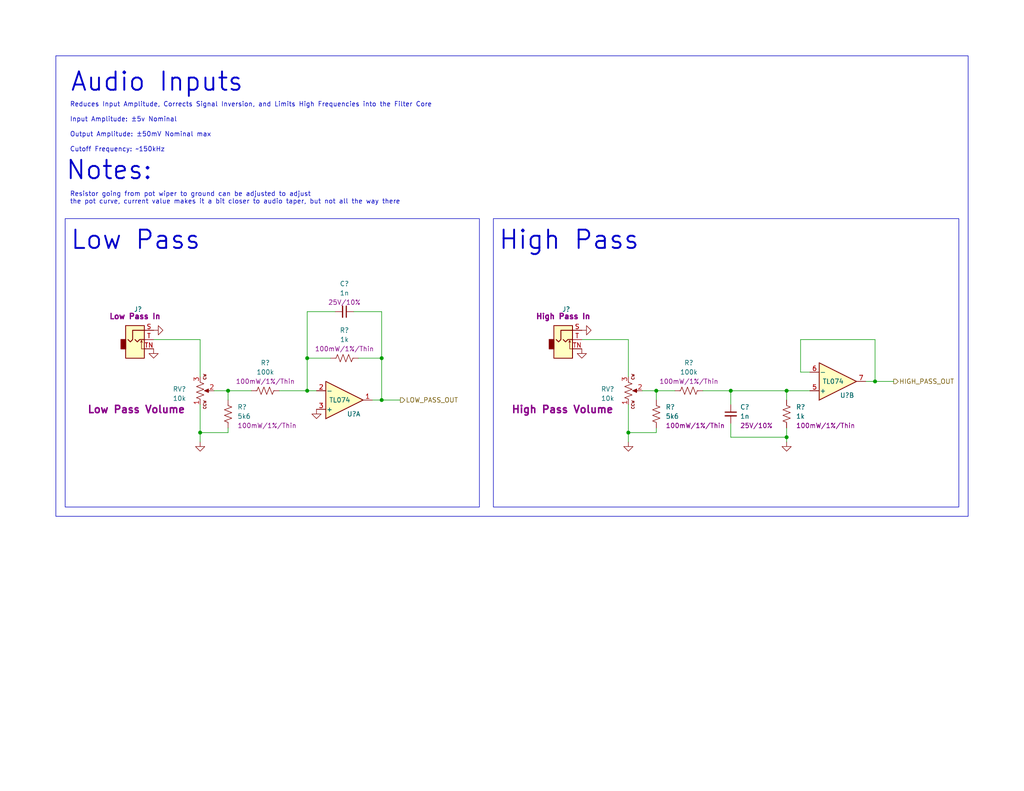
<source format=kicad_sch>
(kicad_sch (version 20230121) (generator eeschema)
  (paper "USLetter")
  (title_block (title "Neptune") (date "2023-07-20") (rev "v0") (company "Winterbloom") (comment 1 "Carson Walls") (comment 2 "CERN-OHL-P v2") (comment 3 "neptune.wntr.dev"))
  (lib_symbols
    (symbol "Device:C_Small" (pin_numbers hide) (pin_names (offset 0.254) hide)
      (property "Reference" "C" (at 0.254 1.778 0))
      (property "Value" "C_Small" (at 0.254 -2.032 0))
      (symbol "C_Small_0_1"
        (polyline (pts (xy -1.524 -0.508) (xy 1.524 -0.508)) (stroke (width 0.3302)))
        (polyline (pts (xy -1.524 0.508) (xy 1.524 0.508)) (stroke (width 0.3048)))
      )
      (symbol "C_Small_1_1"
        (pin passive line (at 0 2.54 270) (length 2.032) (name "~") (number "1"))
        (pin passive line (at 0 -2.54 90) (length 2.032) (name "~") (number "2"))
      )
    )
    (symbol "Device:R_US" (pin_numbers hide) (pin_names (offset 0))
      (property "Reference" "R" (at 2.54 0 90))
      (property "Value" "R_US" (at -2.54 0 90))
      (symbol "R_US_0_1"
        (polyline (pts (xy 0 -2.286) (xy 0 -2.54)))
        (polyline (pts (xy 0 2.286) (xy 0 2.54)))
        (polyline (pts (xy 0 -0.762) (xy 1.016 -1.143) (xy 0 -1.524) (xy -1.016 -1.905) (xy 0 -2.286)))
        (polyline (pts (xy 0 0.762) (xy 1.016 0.381) (xy 0 0) (xy -1.016 -0.381) (xy 0 -0.762)))
        (polyline (pts (xy 0 2.286) (xy 1.016 1.905) (xy 0 1.524) (xy -1.016 1.143) (xy 0 0.762)))
      )
      (symbol "R_US_1_1"
        (pin passive line (at 0 3.81 270) (length 1.27) (name "~") (number "1"))
        (pin passive line (at 0 -3.81 90) (length 1.27) (name "~") (number "2"))
      )
    )
    (symbol "power:GND" (power) (pin_names (offset 0))
      (property "Value" "GND" (at 0 -3.81 0))
      (symbol "GND_0_1"
        (polyline (pts (xy 0 0) (xy 0 -1.27) (xy 1.27 -1.27) (xy 0 -2.54) (xy -1.27 -1.27) (xy 0 -1.27)))
      )
      (symbol "GND_1_1"
        (pin power_in line (at 0 0 270) (length 0) hide (name "GND") (number "1"))
      )
    )
    (symbol "winterbloom:Eurorack_Mono_Jack" (pin_names hide)
      (property "Reference" "J" (at 3.302 -4.064 0))
      (property "Value" "Eurorack_Mono_Jack" (at 0 5.08 0))
      (symbol "Eurorack_Mono_Jack_0_1"
        (rectangle (start -2.54 -5.08) (end 2.54 3.81) (stroke (width 0.254)) (fill (type background)))
        (polyline (pts (xy -1.778 -1.016) (xy -2.032 -0.508)))
        (polyline (pts (xy -2.54 1.27) (xy -1.778 1.27) (xy -1.778 -1.016) (xy -1.524 -0.508)))
        (polyline (pts (xy 0 -1.27) (xy -0.635 -0.635) (xy -1.27 -1.27) (xy -2.54 -1.27)) (stroke (width 0.254)))
        (polyline (pts (xy -2.54 -3.81) (xy 0.635 -3.81) (xy 0.635 -1.27) (xy 1.27 -0.635) (xy 1.905 -1.27)) (stroke (width 0.254)))
        (rectangle (start 2.54 -1.27) (end 3.81 1.27) (stroke (width 0.254)) (fill (type outline)))
      )
      (symbol "Eurorack_Mono_Jack_1_1"
        (pin passive line (at -5.08 -3.81 0) (length 2.54) (name "Sleeve") (number "S"))
        (pin passive line (at -5.08 -1.27 0) (length 2.54) (name "Tip") (number "T"))
        (pin passive line (at -5.08 1.27 0) (length 2.54) (name "Tip_normalize") (number "TN"))
      )
    )
    (symbol "winterbloom:Eurorack_Pot" (pin_names (offset 1.016) hide)
      (property "Reference" "RV" (at 0 4.445 0))
      (property "Value" "Eurorack_Pot" (at 0 2.54 0))
      (symbol "Eurorack_Pot_0_0"
        (text "CCW" (at -3.81 -1.27 0) (effects (font (size 0.762 0.762))))
        (text "CW" (at 3.81 -1.27 0) (effects (font (size 0.762 0.762))))
      )
      (symbol "Eurorack_Pot_0_1"
        (polyline (pts (xy -2.286 0) (xy -2.54 0)))
        (polyline (pts (xy 0 -2.54) (xy 0 -1.524)))
        (polyline (pts (xy 2.54 0) (xy 2.286 0)))
        (polyline (pts (xy 0 -1.143) (xy 0.508 -2.286) (xy -0.508 -2.286) (xy 0 -1.143)) (fill (type outline)))
        (polyline (pts (xy -0.762 0) (xy -1.143 -1.016) (xy -1.524 0) (xy -1.905 1.016) (xy -2.286 0)))
        (polyline (pts (xy 0.762 0) (xy 0.381 -1.016) (xy 0 0) (xy -0.381 1.016) (xy -0.762 0)))
        (polyline (pts (xy 2.286 0) (xy 1.905 -1.016) (xy 1.524 0) (xy 1.143 1.016) (xy 0.762 0)))
      )
      (symbol "Eurorack_Pot_1_1"
        (pin passive line (at -3.81 0 0) (length 1.27) (name "1") (number "1"))
        (pin passive line (at 0 -3.81 90) (length 1.27) (name "2") (number "2"))
        (pin passive line (at 3.81 0 180) (length 1.27) (name "3") (number "3"))
      )
    )
    (symbol "winterbloom:TL074" (pin_names (offset 0.127))
      (property "Reference" "U" (at 0 3.81 0))
      (property "Value" "TL074" (at 0 -3.81 0))
      (symbol "TL074_1_1"
        (polyline (pts (xy -5.08 5.08) (xy 5.08 0) (xy -5.08 -5.08) (xy -5.08 5.08)) (stroke (width 0.254)) (fill (type background)))
        (pin output line (at 7.62 0 180) (length 2.54) (name "~") (number "1"))
        (pin input line (at -7.62 -2.54 0) (length 2.54) (name "-") (number "2"))
        (pin input line (at -7.62 2.54 0) (length 2.54) (name "+") (number "3"))
      )
      (symbol "TL074_2_1"
        (polyline (pts (xy -5.08 5.08) (xy 5.08 0) (xy -5.08 -5.08) (xy -5.08 5.08)) (stroke (width 0.254)) (fill (type background)))
        (pin input line (at -7.62 2.54 0) (length 2.54) (name "+") (number "5"))
        (pin input line (at -7.62 -2.54 0) (length 2.54) (name "-") (number "6"))
        (pin output line (at 7.62 0 180) (length 2.54) (name "~") (number "7"))
      )
      (symbol "TL074_3_1"
        (polyline (pts (xy -5.08 5.08) (xy 5.08 0) (xy -5.08 -5.08) (xy -5.08 5.08)) (stroke (width 0.254)) (fill (type background)))
        (pin input line (at -7.62 2.54 0) (length 2.54) (name "+") (number "10"))
        (pin output line (at 7.62 0 180) (length 2.54) (name "~") (number "8"))
        (pin input line (at -7.62 -2.54 0) (length 2.54) (name "-") (number "9"))
      )
      (symbol "TL074_4_1"
        (polyline (pts (xy -5.08 5.08) (xy 5.08 0) (xy -5.08 -5.08) (xy -5.08 5.08)) (stroke (width 0.254)) (fill (type background)))
        (pin input line (at -7.62 2.54 0) (length 2.54) (name "+") (number "12"))
        (pin input line (at -7.62 -2.54 0) (length 2.54) (name "-") (number "13"))
        (pin output line (at 7.62 0 180) (length 2.54) (name "~") (number "14"))
      )
      (symbol "TL074_5_1"
        (polyline (pts (xy -5.08 5.08) (xy 5.08 0) (xy -5.08 -5.08) (xy -5.08 5.08)) (stroke (width 0.254)) (fill (type background)))
        (pin power_in line (at -2.54 -7.62 90) (length 3.81) (name "V-") (number "11"))
        (pin power_in line (at -2.54 7.62 270) (length 3.81) (name "V+") (number "4"))
      )
    )
  )
  (junction (at 171.45 118.11))
  (junction (at 104.14 97.79))
  (junction (at 179.07 106.68))
  (junction (at 54.61 118.11))
  (junction (at 104.14 109.22))
  (junction (at 83.82 97.79))
  (junction (at 214.63 106.68))
  (junction (at 199.39 106.68))
  (junction (at 62.23 106.68))
  (junction (at 238.76 104.14))
  (junction (at 83.82 106.68))
  (junction (at 214.63 119.38))
  (wire (pts (xy 236.22 104.14) (xy 238.76 104.14)))
  (wire (pts (xy 171.45 110.49) (xy 171.45 118.11)))
  (wire (pts (xy 83.82 106.68) (xy 86.36 106.68)))
  (wire (pts (xy 238.76 104.14) (xy 238.76 92.71)))
  (wire (pts (xy 238.76 92.71) (xy 218.44 92.71)))
  (wire (pts (xy 179.07 118.11) (xy 179.07 116.84)))
  (wire (pts (xy 218.44 92.71) (xy 218.44 101.6)))
  (wire (pts (xy 62.23 118.11) (xy 62.23 116.84)))
  (wire (pts (xy 238.76 104.14) (xy 243.84 104.14)))
  (wire (pts (xy 199.39 119.38) (xy 199.39 115.57)))
  (wire (pts (xy 58.42 106.68) (xy 62.23 106.68)))
  (wire (pts (xy 54.61 118.11) (xy 54.61 120.65)))
  (wire (pts (xy 199.39 106.68) (xy 214.63 106.68)))
  (wire (pts (xy 171.45 118.11) (xy 179.07 118.11)))
  (wire (pts (xy 83.82 97.79) (xy 90.17 97.79)))
  (wire (pts (xy 199.39 106.68) (xy 199.39 110.49)))
  (wire (pts (xy 76.2 106.68) (xy 83.82 106.68)))
  (wire (pts (xy 179.07 106.68) (xy 179.07 109.22)))
  (wire (pts (xy 179.07 106.68) (xy 184.15 106.68)))
  (wire (pts (xy 83.82 97.79) (xy 83.82 106.68)))
  (wire (pts (xy 214.63 116.84) (xy 214.63 119.38)))
  (wire (pts (xy 96.52 85.09) (xy 104.14 85.09)))
  (wire (pts (xy 214.63 106.68) (xy 214.63 109.22)))
  (wire (pts (xy 62.23 106.68) (xy 68.58 106.68)))
  (wire (pts (xy 214.63 106.68) (xy 220.98 106.68)))
  (wire (pts (xy 171.45 92.71) (xy 158.75 92.71)))
  (wire (pts (xy 171.45 102.87) (xy 171.45 92.71)))
  (wire (pts (xy 214.63 119.38) (xy 199.39 119.38)))
  (wire (pts (xy 171.45 118.11) (xy 171.45 120.65)))
  (wire (pts (xy 104.14 109.22) (xy 109.22 109.22)))
  (wire (pts (xy 218.44 101.6) (xy 220.98 101.6)))
  (wire (pts (xy 104.14 97.79) (xy 104.14 109.22)))
  (wire (pts (xy 83.82 85.09) (xy 83.82 97.79)))
  (wire (pts (xy 91.44 85.09) (xy 83.82 85.09)))
  (wire (pts (xy 54.61 118.11) (xy 62.23 118.11)))
  (wire (pts (xy 54.61 110.49) (xy 54.61 118.11)))
  (wire (pts (xy 104.14 109.22) (xy 101.6 109.22)))
  (wire (pts (xy 41.91 92.71) (xy 54.61 92.71)))
  (wire (pts (xy 54.61 92.71) (xy 54.61 102.87)))
  (wire (pts (xy 191.77 106.68) (xy 199.39 106.68)))
  (wire (pts (xy 175.26 106.68) (xy 179.07 106.68)))
  (wire (pts (xy 97.79 97.79) (xy 104.14 97.79)))
  (wire (pts (xy 104.14 85.09) (xy 104.14 97.79)))
  (wire (pts (xy 62.23 106.68) (xy 62.23 109.22)))
  (wire (pts (xy 214.63 119.38) (xy 214.63 120.65)))
  (rectangle (start 15.24 15.24) (end 264.16 140.97))
  (rectangle (start 17.78 59.69) (end 130.81 138.43))
  (rectangle (start 134.62 59.69) (end 261.62 138.43))
  (text "Resistor going from pot wiper to ground can be adjusted to adjust\nthe pot curve, current value makes it a bit closer to audio taper, but not all the way there" (at 19.05 55.88 0) (effects (font (size 1.27 1.27)) (justify left bottom)))
  (text "Audio Inputs" (at 19.05 25.4 0) (effects (font (size 5 5) (thickness 0.508) bold) (justify left bottom)))
  (text "Reduces Input Amplitude, Corrects Signal Inversion, and Limits High Frequencies into the Filter Core\n\nInput Amplitude: ±5v Nominal\n\nOutput Amplitude: ±50mV Nominal max\n\nCutoff Frequency: ~150kHz\n\n\n" (at 19.05 45.72 0) (effects (font (size 1.27 1.27)) (justify left bottom)))
  (text "Notes:" (at 17.78 49.53 0) (effects (font (size 5 5) (thickness 0.508) bold) (justify left bottom)))
  (text "High Pass" (at 135.89 68.58 0) (effects (font (size 5 5) (thickness 0.508) bold) (justify left bottom)))
  (text "Low Pass" (at 19.05 68.58 0) (effects (font (size 5 5) (thickness 0.508) bold) (justify left bottom)))
  (hierarchical_label "LOW_PASS_OUT" (shape output) (at 109.22 109.22 0))
  (hierarchical_label "HIGH_PASS_OUT" (shape output) (at 243.84 104.14 0))
  (symbol (lib_id "power:GND") (at 41.91 90.17 90) (unit 1)
    (property "Reference" "#PWR?" (effects hide))
    (property "Value" "GND" (effects hide))
    (instances (project "board" (path "" (reference "#PWR?") (unit 1))) (project "mainboard" (path "" (reference "#PWR?") (unit 1)) (path "" (reference "#PWR0301") (unit 1))))
  )
  (symbol (lib_id "Device:C_Small") (at 93.98 85.09 270) (unit 1)
    (property "Reference" "C?" (at 93.9736 77.47 90))
    (property "Value" "1n" (at 93.9736 80.01 90))
    (property "Footprint" "winterbloom:C_0603_HandSolder" (effects hide))
    (property "Notes" "0603, 25V+, 10%" (effects hide))
    (property "Rating" "25V/10%" (at 93.9736 82.55 90))
    (instances (project "board" (path "" (reference "C?") (unit 1))) (project "mainboard" (path "" (reference "C?") (unit 1)) (path "" (reference "C?") (unit 1)) (path "" (reference "C301") (unit 1))))
  )
  (symbol (lib_id "Device:R_US") (at 93.98 97.79 270) (unit 1)
    (property "Reference" "R?" (at 93.98 90.17 90))
    (property "Value" "1k" (at 93.98 92.71 90))
    (property "Footprint" "winterbloom:R_0603_HandSolder" (effects hide))
    (property "Rating" "100mW/1%/Thin" (at 93.98 95.25 90))
    (instances (project "board" (path "" (reference "R?") (unit 1))) (project "mainboard" (path "" (reference "R?") (unit 1)) (path "" (reference "R303") (unit 1))))
  )
  (symbol (lib_id "power:GND") (at 158.75 95.25 0) (unit 1)
    (property "Reference" "#PWR?" (effects hide))
    (property "Value" "GND" (effects hide))
    (instances (project "board" (path "" (reference "#PWR?") (unit 1))) (project "mainboard" (path "" (reference "#PWR?") (unit 1)) (path "" (reference "#PWR0306") (unit 1))))
  )
  (symbol (lib_id "winterbloom:Eurorack_Pot") (at 171.45 106.68 90) (unit 1)
    (property "Reference" "RV?" (at 167.64 106.2354 90) (effects (justify left)))
    (property "Value" "10k" (at 167.64 108.7754 90) (effects (justify left)))
    (property "Footprint" "winterbloom:Potentiometer_Alpha_R0904N" (effects hide))
    (property "Datasheet" "https://www.thonk.co.uk/wp-content/uploads/Documents/alpha/9mm/Alpha%209mm%20Vertical%20-%20Linear%20Taper%20B1K-B500K.pdf" (effects hide))
    (property "MPN" "https://www.thonk.co.uk/shop/alpha-9mm-pots/" (effects hide))
    (property "Notes" "6.35 mm round shaft, 15 mm height" (effects hide))
    (property "Rating" "B10k" (effects hide))
    (property "Name" "High Pass Volume" (at 167.64 111.76 90) (effects (font (size 2 2) bold) (justify left)))
    (instances (project "mainboard" (path "" (reference "RV?") (unit 1))) (project "mainboard" (path "" (reference "RV?") (unit 1)) (path "" (reference "RV302") (unit 1))))
  )
  (symbol (lib_id "power:GND") (at 158.75 90.17 90) (unit 1)
    (property "Reference" "#PWR?" (effects hide))
    (property "Value" "GND" (effects hide))
    (instances (project "board" (path "" (reference "#PWR?") (unit 1))) (project "mainboard" (path "" (reference "#PWR?") (unit 1)) (path "" (reference "#PWR0305") (unit 1))))
  )
  (symbol (lib_id "Device:C_Small") (at 199.39 113.03 0) (unit 1)
    (property "Reference" "C?" (at 201.93 111.1313 0) (effects (justify left)))
    (property "Value" "1n" (at 201.93 113.6713 0) (effects (justify left)))
    (property "Footprint" "winterbloom:C_0603_HandSolder" (effects hide))
    (property "Notes" "0603, 25V+, 10%" (effects hide))
    (property "Rating" "25V/10%" (at 201.93 116.2113 0) (effects (justify left)))
    (instances (project "board" (path "" (reference "C?") (unit 1))) (project "mainboard" (path "" (reference "C?") (unit 1)) (path "" (reference "C?") (unit 1)) (path "" (reference "C302") (unit 1))))
  )
  (symbol (lib_id "power:GND") (at 54.61 120.65 0) (unit 1)
    (property "Reference" "#PWR?" (effects hide))
    (property "Value" "GND" (effects hide))
    (instances (project "board" (path "" (reference "#PWR?") (unit 1))) (project "mainboard" (path "" (reference "#PWR?") (unit 1)) (path "" (reference "#PWR0303") (unit 1))))
  )
  (symbol (lib_id "power:GND") (at 214.63 120.65 0) (unit 1)
    (property "Reference" "#PWR?" (effects hide))
    (property "Value" "GND" (effects hide))
    (instances (project "board" (path "" (reference "#PWR?") (unit 1))) (project "mainboard" (path "" (reference "#PWR?") (unit 1)) (path "" (reference "#PWR0308") (unit 1))))
  )
  (symbol (lib_id "power:GND") (at 41.91 95.25 0) (unit 1)
    (property "Reference" "#PWR?" (effects hide))
    (property "Value" "GND" (effects hide))
    (instances (project "board" (path "" (reference "#PWR?") (unit 1))) (project "mainboard" (path "" (reference "#PWR?") (unit 1)) (path "" (reference "#PWR0302") (unit 1))))
  )
  (symbol (lib_id "winterbloom:Eurorack_Mono_Jack") (at 153.67 93.98 180) (unit 1)
    (property "Reference" "J?" (at 154.4828 84.455 0))
    (property "Value" "~" (at 154.4828 86.7664 0))
    (property "Footprint" "winterbloom:AudioJack_WQP518MA_Compact_S" (effects hide))
    (property "Datasheet" "http://www.qingpu-electronics.com/en/products/WQP-PJ398SM-362.html" (effects hide))
    (property "MPN" "WQP-WQP518MA" (effects hide))
    (property "Name" "High Pass In" (at 153.67 86.36 0) (effects (font (size 1.5 1.5) bold)))
    (instances (project "board" (path "" (reference "J?") (unit 1))) (project "mainboard" (path "" (reference "J?") (unit 1)) (path "" (reference "J302") (unit 1))))
  )
  (symbol (lib_id "winterbloom:TL074") (at 228.6 104.14 0) (mirror x) (unit 2)
    (property "Reference" "U?" (at 231.14 107.95 0))
    (property "Value" "TL074" (at 227.33 104.14 0))
    (property "Footprint" "Package_SO:TSSOP-14_4.4x5mm_P0.65mm" (effects hide))
    (property "Datasheet" "https://www.ti.com/lit/ds/symlink/tl071.pdf" (effects hide))
    (property "MPN" "TL074CPW" (effects hide))
    (instances (project "mainboard" (path "" (reference "U?") (unit 2)) (path "" (reference "U?") (unit 3))) (project "mainboard" (path "" (reference "U?") (unit 2)) (path "" (reference "U1") (unit 4))))
  )
  (symbol (lib_id "Device:R_US") (at 179.07 113.03 0) (unit 1)
    (property "Reference" "R?" (at 181.61 111.125 0) (effects (justify left)))
    (property "Value" "5k6" (at 181.61 113.665 0) (effects (justify left)))
    (property "Footprint" "winterbloom:R_0603_HandSolder" (effects hide))
    (property "Rating" "100mW/1%/Thin" (at 181.61 116.205 0) (effects (justify left)))
    (instances (project "board" (path "" (reference "R?") (unit 1))) (project "mainboard" (path "" (reference "R?") (unit 1)) (path "" (reference "R304") (unit 1))))
  )
  (symbol (lib_id "Device:R_US") (at 187.96 106.68 270) (unit 1)
    (property "Reference" "R?" (at 187.96 99.06 90))
    (property "Value" "100k" (at 187.96 101.6 90))
    (property "Footprint" "winterbloom:R_0603_HandSolder" (effects hide))
    (property "Rating" "100mW/1%/Thin" (at 187.96 104.14 90))
    (instances (project "board" (path "" (reference "R?") (unit 1))) (project "mainboard" (path "" (reference "R?") (unit 1)) (path "" (reference "R305") (unit 1))))
  )
  (symbol (lib_id "Device:R_US") (at 72.39 106.68 270) (unit 1)
    (property "Reference" "R?" (at 72.39 99.06 90))
    (property "Value" "100k" (at 72.39 101.6 90))
    (property "Footprint" "winterbloom:R_0603_HandSolder" (effects hide))
    (property "Rating" "100mW/1%/Thin" (at 72.39 104.14 90))
    (instances (project "board" (path "" (reference "R?") (unit 1))) (project "mainboard" (path "" (reference "R?") (unit 1)) (path "" (reference "R302") (unit 1))))
  )
  (symbol (lib_id "Device:R_US") (at 214.63 113.03 0) (unit 1)
    (property "Reference" "R?" (at 217.17 111.125 0) (effects (justify left)))
    (property "Value" "1k" (at 217.17 113.665 0) (effects (justify left)))
    (property "Footprint" "winterbloom:R_0603_HandSolder" (effects hide))
    (property "Rating" "100mW/1%/Thin" (at 217.17 116.205 0) (effects (justify left)))
    (instances (project "board" (path "" (reference "R?") (unit 1))) (project "mainboard" (path "" (reference "R?") (unit 1)) (path "" (reference "R306") (unit 1))))
  )
  (symbol (lib_id "winterbloom:TL074") (at 93.98 109.22 0) (mirror x) (unit 1)
    (property "Reference" "U?" (at 96.52 113.03 0))
    (property "Value" "TL074" (at 92.71 109.22 0))
    (property "Footprint" "Package_SO:TSSOP-14_4.4x5mm_P0.65mm" (effects hide))
    (property "Datasheet" "https://www.ti.com/lit/ds/symlink/tl071.pdf" (effects hide))
    (property "MPN" "TL074CPW" (effects hide))
    (instances (project "mainboard" (path "" (reference "U?") (unit 1)) (path "" (reference "U?") (unit 4))) (project "mainboard" (path "" (reference "U?") (unit 1)) (path "" (reference "U1") (unit 3))))
  )
  (symbol (lib_id "Device:R_US") (at 62.23 113.03 0) (unit 1)
    (property "Reference" "R?" (at 64.77 111.125 0) (effects (justify left)))
    (property "Value" "5k6" (at 64.77 113.665 0) (effects (justify left)))
    (property "Footprint" "winterbloom:R_0603_HandSolder" (effects hide))
    (property "Rating" "100mW/1%/Thin" (at 64.77 116.205 0) (effects (justify left)))
    (instances (project "board" (path "" (reference "R?") (unit 1))) (project "mainboard" (path "" (reference "R?") (unit 1)) (path "" (reference "R301") (unit 1))))
  )
  (symbol (lib_id "power:GND") (at 171.45 120.65 0) (unit 1)
    (property "Reference" "#PWR?" (effects hide))
    (property "Value" "GND" (effects hide))
    (instances (project "board" (path "" (reference "#PWR?") (unit 1))) (project "mainboard" (path "" (reference "#PWR?") (unit 1)) (path "" (reference "#PWR0307") (unit 1))))
  )
  (symbol (lib_id "winterbloom:Eurorack_Pot") (at 54.61 106.68 90) (unit 1)
    (property "Reference" "RV?" (at 50.8 106.2354 90) (effects (justify left)))
    (property "Value" "10k" (at 50.8 108.7754 90) (effects (justify left)))
    (property "Footprint" "winterbloom:Potentiometer_Alpha_R0904N" (effects hide))
    (property "Datasheet" "https://www.thonk.co.uk/wp-content/uploads/Documents/alpha/9mm/Alpha%209mm%20Vertical%20-%20Linear%20Taper%20B1K-B500K.pdf" (effects hide))
    (property "MPN" "https://www.thonk.co.uk/shop/alpha-9mm-pots/" (effects hide))
    (property "Notes" "6.35 mm round shaft, 15 mm height" (effects hide))
    (property "Rating" "B10k" (effects hide))
    (property "Name" "Low Pass Volume" (at 50.8 111.76 90) (effects (font (size 2 2) bold) (justify left)))
    (instances (project "mainboard" (path "" (reference "RV?") (unit 1))) (project "mainboard" (path "" (reference "RV?") (unit 1)) (path "" (reference "RV301") (unit 1))))
  )
  (symbol (lib_id "power:GND") (at 86.36 111.76 0) (unit 1)
    (property "Reference" "#PWR?" (effects hide))
    (property "Value" "GND" (effects hide))
    (instances (project "board" (path "" (reference "#PWR?") (unit 1))) (project "mainboard" (path "" (reference "#PWR?") (unit 1)) (path "" (reference "#PWR0304") (unit 1))))
  )
  (symbol (lib_id "winterbloom:Eurorack_Mono_Jack") (at 36.83 93.98 180) (unit 1)
    (property "Reference" "J?" (at 37.6428 84.455 0))
    (property "Value" "~" (at 37.6428 86.7664 0))
    (property "Footprint" "winterbloom:AudioJack_WQP518MA_Compact_S" (effects hide))
    (property "Datasheet" "http://www.qingpu-electronics.com/en/products/WQP-PJ398SM-362.html" (effects hide))
    (property "MPN" "WQP-WQP518MA" (effects hide))
    (property "Name" "Low Pass In" (at 36.83 86.36 0) (effects (font (size 1.5 1.5) bold)))
    (instances (project "board" (path "" (reference "J?") (unit 1))) (project "mainboard" (path "" (reference "J?") (unit 1)) (path "" (reference "J301") (unit 1))))
  )
)
</source>
